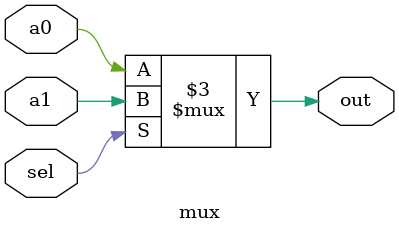
<source format=v>
module mux (a0, a1, sel, out);
    input a0, a1;
    input sel;
    output reg out;

    always @(*) begin
        if (sel)
            out <= a1;
        else
            out <= a0;
    end

endmodule


</source>
